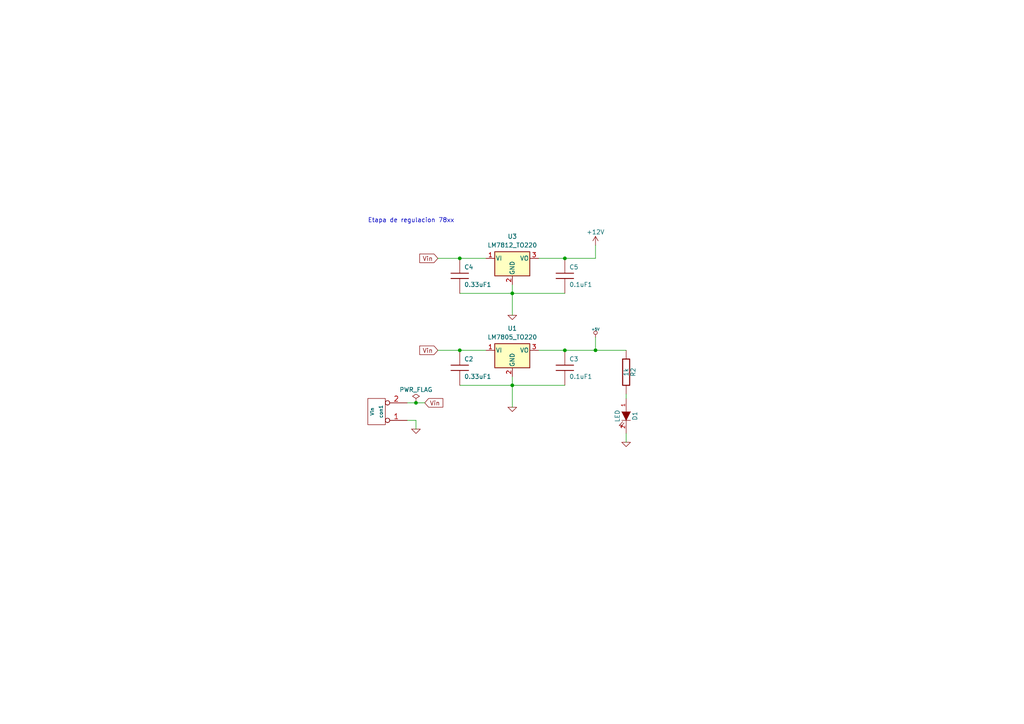
<source format=kicad_sch>
(kicad_sch (version 20230121) (generator eeschema)
  (paper "A4")
  (lib_symbols
    (symbol "Regulator_Linear:LM7805_TO220" (pin_names (offset 0.254))
      (property "Reference" "U" (at -3.81 3.175 0))
      (property "Value" "LM7805_TO220" (at 0 3.175 0))
      (symbol "LM7805_TO220_0_1"
        (rectangle (start -5.08 1.905) (end 5.08 -5.08) (stroke (width 0.254)) (fill (type background)))
      )
      (symbol "LM7805_TO220_1_1"
        (pin power_in line (at -7.62 0 0) (length 2.54) (name "VI") (number "1"))
        (pin power_in line (at 0 -7.62 90) (length 2.54) (name "GND") (number "2"))
        (pin power_out line (at 7.62 0 180) (length 2.54) (name "VO") (number "3"))
      )
    )
    (symbol "Regulator_Linear:LM7812_TO220" (pin_names (offset 0.254))
      (property "Reference" "U" (at -3.81 3.175 0))
      (property "Value" "LM7812_TO220" (at 0 3.175 0))
      (symbol "LM7812_TO220_0_1"
        (rectangle (start -5.08 1.905) (end 5.08 -5.08) (stroke (width 0.254)) (fill (type background)))
      )
      (symbol "LM7812_TO220_1_1"
        (pin power_in line (at -7.62 0 0) (length 2.54) (name "VI") (number "1"))
        (pin power_in line (at 0 -7.62 90) (length 2.54) (name "GND") (number "2"))
        (pin power_out line (at 7.62 0 180) (length 2.54) (name "VO") (number "3"))
      )
    )
    (symbol "plc-rescue:+5V" (power) (pin_names (offset 1.016))
      (property "Value" "+5V" (at 0 2.286 0))
      (symbol "+5V_0_0"
        (pin power_in line (at 0 0 90) (length 0) hide (name "+5V") (number "1"))
      )
      (symbol "+5V_0_1"
        (polyline (pts (xy 0 0) (xy 0 0.762) (xy 0 0.762) (xy 0 0.762)))
        (circle (center 0 1.27) (radius 0.508))
      )
    )
    (symbol "plc-rescue:C" (pin_numbers hide) (pin_names (offset 0.254))
      (property "Reference" "C" (at 1.27 2.54 0))
      (property "Value" "C" (at 1.27 -2.54 0))
      (symbol "C_0_1"
        (polyline (pts (xy -2.54 -0.762) (xy 2.54 -0.762)) (stroke (width 0.254)))
        (polyline (pts (xy -2.54 0.762) (xy 2.54 0.762)) (stroke (width 0.254)))
      )
      (symbol "C_1_1"
        (pin passive line (at 0 5.08 270) (length 4.318) (name "~") (number "1"))
        (pin passive line (at 0 -5.08 90) (length 4.318) (name "~") (number "2"))
      )
    )
    (symbol "plc-rescue:CONN_2" (pin_names (offset 1.016) hide)
      (property "Reference" "P" (at -1.27 0 90))
      (property "Value" "CONN_2" (at 1.27 0 90))
      (symbol "CONN_2_0_1"
        (rectangle (start -2.54 3.81) (end 2.54 -3.81))
      )
      (symbol "CONN_2_1_1"
        (pin passive inverted (at -8.89 2.54 0) (length 6.35) (name "P1") (number "1"))
        (pin passive inverted (at -8.89 -2.54 0) (length 6.35) (name "PM") (number "2"))
      )
    )
    (symbol "plc-rescue:GND" (power) (pin_names (offset 0))
      (symbol "GND_0_1"
        (polyline (pts (xy -1.27 0) (xy 0 -1.27) (xy 1.27 0) (xy -1.27 0)))
      )
      (symbol "GND_1_1"
        (pin power_in line (at 0 0 90) (length 0) hide (name "GND") (number "1"))
      )
    )
    (symbol "plc-rescue:LED" (pin_names (offset 1.016) hide)
      (property "Reference" "D" (at 0 2.54 0))
      (property "Value" "LED" (at 0 -2.54 0))
      (symbol "LED_0_1"
        (polyline (pts (xy 1.27 1.27) (xy 1.27 -1.27)))
        (polyline (pts (xy -1.27 1.27) (xy 1.27 0) (xy -1.27 -1.27)) (fill (type outline)))
        (polyline (pts (xy 1.651 -1.016) (xy 2.794 -2.032) (xy 2.667 -1.397)))
        (polyline (pts (xy 2.032 -0.635) (xy 3.175 -1.651) (xy 3.048 -1.016)))
      )
      (symbol "LED_1_1"
        (pin passive line (at -5.08 0 0) (length 3.81) (name "A") (number "1"))
        (pin passive line (at 5.08 0 180) (length 3.81) (name "K") (number "2"))
      )
    )
    (symbol "plc-rescue:R" (pin_numbers hide) (pin_names (offset 0))
      (property "Reference" "R" (at 2.032 0 90))
      (property "Value" "R" (at 0 0 90))
      (symbol "R_0_1"
        (rectangle (start -1.016 3.81) (end 1.016 -3.81) (stroke (width 0.3048)))
      )
      (symbol "R_1_1"
        (pin passive line (at 0 6.35 270) (length 2.54) (name "~") (number "1"))
        (pin passive line (at 0 -6.35 90) (length 2.54) (name "~") (number "2"))
      )
    )
    (symbol "power:+12V" (power) (pin_names (offset 0))
      (property "Value" "+12V" (at 0 3.556 0))
      (symbol "+12V_0_1"
        (polyline (pts (xy -0.762 1.27) (xy 0 2.54)))
        (polyline (pts (xy 0 0) (xy 0 2.54)))
        (polyline (pts (xy 0 2.54) (xy 0.762 1.27)))
      )
      (symbol "+12V_1_1"
        (pin power_in line (at 0 0 90) (length 0) hide (name "+12V") (number "1"))
      )
    )
    (symbol "power:PWR_FLAG" (power) (pin_numbers hide) (pin_names (offset 0) hide)
      (property "Value" "PWR_FLAG" (at 0 3.81 0))
      (symbol "PWR_FLAG_0_0"
        (pin power_out line (at 0 0 90) (length 0) (name "pwr") (number "1"))
      )
      (symbol "PWR_FLAG_0_1"
        (polyline (pts (xy 0 0) (xy 0 1.27) (xy -1.016 1.905) (xy 0 2.54) (xy 1.016 1.905) (xy 0 1.27)))
      )
    )
  )
  (junction (at 172.72 101.6))
  (junction (at 163.83 74.93))
  (junction (at 148.59 85.09))
  (junction (at 133.35 74.93))
  (junction (at 120.65 116.84))
  (junction (at 163.83 101.6))
  (junction (at 133.35 101.6))
  (junction (at 148.59 111.76))
  (wire (pts (xy 127 74.93) (xy 133.35 74.93)))
  (wire (pts (xy 163.83 85.09) (xy 148.59 85.09)))
  (wire (pts (xy 172.72 101.6) (xy 172.72 97.79)))
  (wire (pts (xy 148.59 111.76) (xy 133.35 111.76)))
  (wire (pts (xy 133.35 101.6) (xy 140.97 101.6)))
  (wire (pts (xy 172.72 74.93) (xy 172.72 71.12)))
  (wire (pts (xy 148.59 85.09) (xy 148.59 91.44)))
  (wire (pts (xy 163.83 101.6) (xy 172.72 101.6)))
  (wire (pts (xy 148.59 82.55) (xy 148.59 85.09)))
  (wire (pts (xy 163.83 74.93) (xy 172.72 74.93)))
  (wire (pts (xy 163.83 111.76) (xy 148.59 111.76)))
  (wire (pts (xy 120.65 116.84) (xy 123.19 116.84)))
  (wire (pts (xy 156.21 101.6) (xy 163.83 101.6)))
  (wire (pts (xy 133.35 74.93) (xy 140.97 74.93)))
  (wire (pts (xy 118.11 121.92) (xy 120.65 121.92)))
  (wire (pts (xy 118.11 116.84) (xy 120.65 116.84)))
  (wire (pts (xy 120.65 121.92) (xy 120.65 124.46)))
  (wire (pts (xy 148.59 109.22) (xy 148.59 111.76)))
  (wire (pts (xy 181.61 114.3) (xy 181.61 115.57)))
  (wire (pts (xy 148.59 85.09) (xy 133.35 85.09)))
  (wire (pts (xy 172.72 101.6) (xy 181.61 101.6)))
  (wire (pts (xy 156.21 74.93) (xy 163.83 74.93)))
  (wire (pts (xy 181.61 125.73) (xy 181.61 128.27)))
  (wire (pts (xy 127 101.6) (xy 133.35 101.6)))
  (wire (pts (xy 148.59 111.76) (xy 148.59 118.11)))
  (text "Etapa de regulacion 78xx\n" (at 106.68 64.77 0) (effects (font (size 1.27 1.27)) (justify left bottom)))
  (global_label "Vin" (shape input) (at 127 74.93 180) (property "Intersheetrefs" "${INTERSHEET_REFS}" (effects hide)))
  (global_label "Vin" (shape input) (at 123.19 116.84 0) (property "Intersheetrefs" "${INTERSHEET_REFS}" (effects hide)))
  (global_label "Vin" (shape input) (at 127 101.6 180) (property "Intersheetrefs" "${INTERSHEET_REFS}" (effects hide)))
  (symbol (lib_id "plc-rescue:GND") (at 148.59 91.44 0) (unit 1)
    (property "Reference" "#PWR05" (effects hide))
    (property "Value" "GND" (effects hide))
    (instances (project "plc" (path "" (reference "#PWR05") (unit 1)) (path "" (reference "#PWR09") (unit 1))))
  )
  (symbol (lib_id "power:PWR_FLAG") (at 120.65 116.84 0) (unit 1)
    (property "Reference" "#FLG01" (effects hide))
    (property "Value" "PWR_FLAG" (at 120.65 113.03 0))
    (instances (project "plc" (path "" (reference "#FLG01") (unit 1)) (path "" (reference "#FLG02") (unit 1))))
  )
  (symbol (lib_id "plc-rescue:C") (at 163.83 106.68 0) (unit 1)
    (property "Reference" "C3" (at 165.1 104.14 0) (effects (justify left)))
    (property "Value" "0.1uF1" (at 165.1 109.22 0) (effects (justify left)))
    (property "Footprint" "Capacitor_THT:C_Disc_D5.0mm_W2.5mm_P2.50mm" (effects hide))
    (instances (project "plc" (path "" (reference "C3") (unit 1)) (path "" (reference "C9") (unit 1))))
  )
  (symbol (lib_id "plc-rescue:C") (at 133.35 106.68 0) (unit 1)
    (property "Reference" "C2" (at 134.62 104.14 0) (effects (justify left)))
    (property "Value" "0.33uF1" (at 134.62 109.22 0) (effects (justify left)))
    (property "Footprint" "Capacitor_THT:C_Disc_D8.0mm_W5.0mm_P5.00mm" (effects hide))
    (instances (project "plc" (path "" (reference "C2") (unit 1)) (path "" (reference "C7") (unit 1))))
  )
  (symbol (lib_id "plc-rescue:C") (at 163.83 80.01 0) (unit 1)
    (property "Reference" "C5" (at 165.1 77.47 0) (effects (justify left)))
    (property "Value" "0.1uF1" (at 165.1 82.55 0) (effects (justify left)))
    (property "Footprint" "Capacitor_THT:C_Disc_D5.0mm_W2.5mm_P2.50mm" (effects hide))
    (instances (project "plc" (path "" (reference "C5") (unit 1)) (path "" (reference "C8") (unit 1))))
  )
  (symbol (lib_id "Regulator_Linear:LM7812_TO220") (at 148.59 74.93 0) (unit 1)
    (property "Reference" "U3" (at 148.59 68.58 0))
    (property "Value" "LM7812_TO220" (at 148.59 71.12 0))
    (property "Footprint" "Package_TO_SOT_THT:TO-220-3_Vertical" (effects hide))
    (property "Datasheet" "https://www.onsemi.cn/PowerSolutions/document/MC7800-D.PDF" (effects hide))
    (instances (project "plc" (path "" (reference "U3") (unit 1)) (path "" (reference "U5") (unit 1))))
  )
  (symbol (lib_id "plc-rescue:R") (at 181.61 107.95 0) (unit 1)
    (property "Reference" "R2" (at 183.642 107.95 90))
    (property "Value" "1k" (at 181.61 107.95 90))
    (property "Footprint" "Resistor_THT:R_Axial_DIN0204_L3.6mm_D1.6mm_P5.08mm_Horizontal" (effects hide))
    (instances (project "plc" (path "" (reference "R2") (unit 1)) (path "" (reference "R12") (unit 1)) (path "" (reference "R33") (unit 1))))
  )
  (symbol (lib_id "plc-rescue:GND") (at 148.59 118.11 0) (unit 1)
    (property "Reference" "#PWR0106" (effects hide))
    (property "Value" "GND" (effects hide))
    (instances (project "plc" (path "" (reference "#PWR0106") (unit 1)) (path "" (reference "#PWR010") (unit 1))))
  )
  (symbol (lib_id "plc-rescue:+5V") (at 172.72 97.79 0) (unit 1)
    (property "Reference" "#PWR0104" (effects hide))
    (property "Value" "+5V" (at 172.72 95.504 0) (effects (font (size 0.762 0.762))))
    (instances (project "plc" (path "" (reference "#PWR0104") (unit 1)) (path "" (reference "#PWR012") (unit 1))))
  )
  (symbol (lib_id "power:+12V") (at 172.72 71.12 0) (unit 1)
    (property "Reference" "#PWR07" (effects hide))
    (property "Value" "+12V" (at 172.72 67.31 0))
    (instances (project "plc" (path "" (reference "#PWR07") (unit 1)) (path "" (reference "#PWR011") (unit 1))))
  )
  (symbol (lib_id "plc-rescue:CONN_2") (at 109.22 119.38 180) (unit 1)
    (property "Reference" "con1" (at 110.49 119.38 90) (effects (font (size 1.016 1.016))))
    (property "Value" "Vin" (at 107.95 119.38 90) (effects (font (size 1.016 1.016))))
    (property "Footprint" "TerminalBlock_Phoenix:TerminalBlock_Phoenix_MKDS-1,5-2-5.08_1x02_P5.08mm_Horizontal" (effects hide))
    (instances (project "plc" (path "" (reference "con1") (unit 1)) (path "" (reference "con2") (unit 1))))
  )
  (symbol (lib_id "Regulator_Linear:LM7805_TO220") (at 148.59 101.6 0) (unit 1)
    (property "Reference" "U1" (at 148.59 95.25 0))
    (property "Value" "LM7805_TO220" (at 148.59 97.79 0))
    (property "Footprint" "Package_TO_SOT_THT:TO-220-3_Vertical" (effects hide))
    (property "Datasheet" "https://www.onsemi.cn/PowerSolutions/document/MC7800-D.PDF" (effects hide))
    (instances (project "plc" (path "" (reference "U1") (unit 1)) (path "" (reference "U6") (unit 1))))
  )
  (symbol (lib_id "plc-rescue:GND") (at 181.61 128.27 0) (unit 1)
    (property "Reference" "#PWR03" (effects hide))
    (property "Value" "GND" (effects hide))
    (instances (project "plc" (path "" (reference "#PWR03") (unit 1)) (path "" (reference "#PWR027") (unit 1)) (path "" (reference "#PWR060") (unit 1))))
  )
  (symbol (lib_id "plc-rescue:C") (at 133.35 80.01 0) (unit 1)
    (property "Reference" "C4" (at 134.62 77.47 0) (effects (justify left)))
    (property "Value" "0.33uF1" (at 134.62 82.55 0) (effects (justify left)))
    (property "Footprint" "Capacitor_THT:C_Disc_D8.0mm_W5.0mm_P5.00mm" (effects hide))
    (instances (project "plc" (path "" (reference "C4") (unit 1)) (path "" (reference "C6") (unit 1))))
  )
  (symbol (lib_id "plc-rescue:LED") (at 181.61 120.65 270) (unit 1)
    (property "Reference" "D1" (at 184.15 120.65 0))
    (property "Value" "LED" (at 179.07 120.65 0))
    (property "Footprint" "LED_THT:LED_D3.0mm" (effects hide))
    (instances (project "plc" (path "" (reference "D1") (unit 1)) (path "" (reference "D8") (unit 1)) (path "" (reference "D25") (unit 1))))
  )
  (symbol (lib_id "plc-rescue:GND") (at 120.65 124.46 0) (unit 1)
    (property "Reference" "#PWR06" (effects hide))
    (property "Value" "GND" (effects hide))
    (instances (project "plc" (path "" (reference "#PWR06") (unit 1)) (path "" (reference "#PWR08") (unit 1))))
  )
)
</source>
